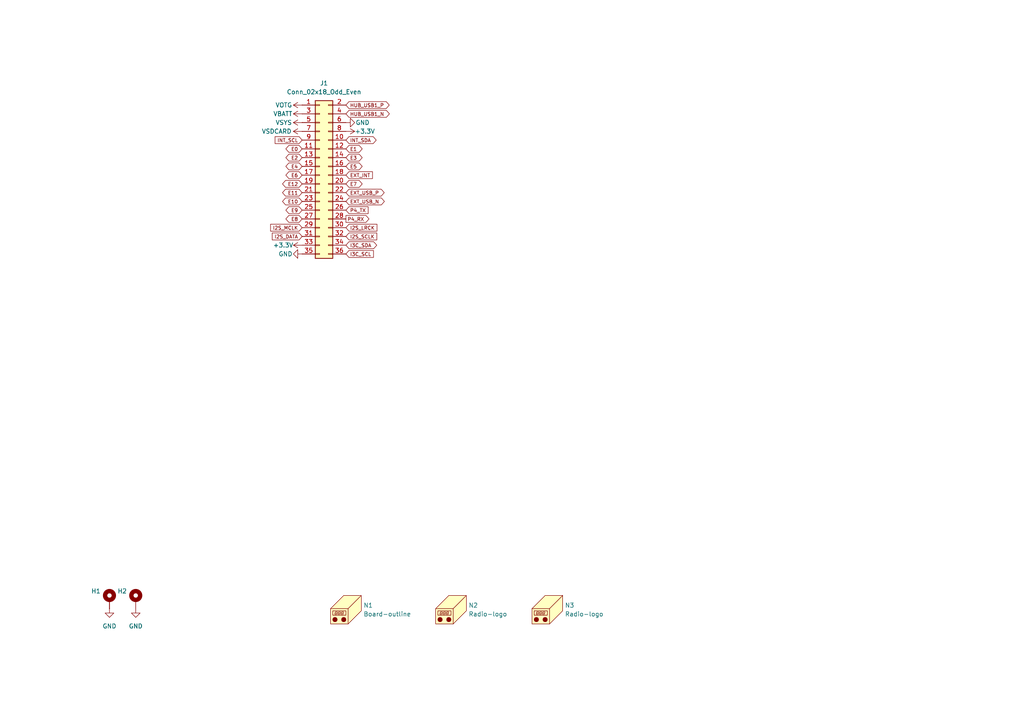
<source format=kicad_sch>
(kicad_sch (version 20250114) (generator "eeschema") (generator_version "9.0")
  (paper "A4")
  (lib_symbols
    (symbol "Connector_Generic:Conn_02x18_Odd_Even" (pin_names (offset 1.016) (hide yes))
      (property "Reference" "J" (at 1.27 22.86 0))
      (property "Value" "Conn_02x18_Odd_Even" (at 1.27 -25.4 0))
      (symbol "Conn_02x18_Odd_Even_1_1"
        (rectangle (start -1.27 21.59) (end 3.81 -24.13) (stroke (width 0.254)) (fill (type background)))
        (rectangle (start -1.27 20.447) (end 0 20.193) (stroke (width 0.1524)))
        (rectangle (start -1.27 17.907) (end 0 17.653) (stroke (width 0.1524)))
        (rectangle (start -1.27 15.367) (end 0 15.113) (stroke (width 0.1524)))
        (rectangle (start -1.27 12.827) (end 0 12.573) (stroke (width 0.1524)))
        (rectangle (start -1.27 10.287) (end 0 10.033) (stroke (width 0.1524)))
        (rectangle (start -1.27 7.747) (end 0 7.493) (stroke (width 0.1524)))
        (rectangle (start -1.27 5.207) (end 0 4.953) (stroke (width 0.1524)))
        (rectangle (start -1.27 2.667) (end 0 2.413) (stroke (width 0.1524)))
        (rectangle (start -1.27 0.127) (end 0 -0.127) (stroke (width 0.1524)))
        (rectangle (start -1.27 -2.413) (end 0 -2.667) (stroke (width 0.1524)))
        (rectangle (start -1.27 -4.953) (end 0 -5.207) (stroke (width 0.1524)))
        (rectangle (start -1.27 -7.493) (end 0 -7.747) (stroke (width 0.1524)))
        (rectangle (start -1.27 -10.033) (end 0 -10.287) (stroke (width 0.1524)))
        (rectangle (start -1.27 -12.573) (end 0 -12.827) (stroke (width 0.1524)))
        (rectangle (start -1.27 -15.113) (end 0 -15.367) (stroke (width 0.1524)))
        (rectangle (start -1.27 -17.653) (end 0 -17.907) (stroke (width 0.1524)))
        (rectangle (start -1.27 -20.193) (end 0 -20.447) (stroke (width 0.1524)))
        (rectangle (start -1.27 -22.733) (end 0 -22.987) (stroke (width 0.1524)))
        (rectangle (start 3.81 20.447) (end 2.54 20.193) (stroke (width 0.1524)))
        (rectangle (start 3.81 17.907) (end 2.54 17.653) (stroke (width 0.1524)))
        (rectangle (start 3.81 15.367) (end 2.54 15.113) (stroke (width 0.1524)))
        (rectangle (start 3.81 12.827) (end 2.54 12.573) (stroke (width 0.1524)))
        (rectangle (start 3.81 10.287) (end 2.54 10.033) (stroke (width 0.1524)))
        (rectangle (start 3.81 7.747) (end 2.54 7.493) (stroke (width 0.1524)))
        (rectangle (start 3.81 5.207) (end 2.54 4.953) (stroke (width 0.1524)))
        (rectangle (start 3.81 2.667) (end 2.54 2.413) (stroke (width 0.1524)))
        (rectangle (start 3.81 0.127) (end 2.54 -0.127) (stroke (width 0.1524)))
        (rectangle (start 3.81 -2.413) (end 2.54 -2.667) (stroke (width 0.1524)))
        (rectangle (start 3.81 -4.953) (end 2.54 -5.207) (stroke (width 0.1524)))
        (rectangle (start 3.81 -7.493) (end 2.54 -7.747) (stroke (width 0.1524)))
        (rectangle (start 3.81 -10.033) (end 2.54 -10.287) (stroke (width 0.1524)))
        (rectangle (start 3.81 -12.573) (end 2.54 -12.827) (stroke (width 0.1524)))
        (rectangle (start 3.81 -15.113) (end 2.54 -15.367) (stroke (width 0.1524)))
        (rectangle (start 3.81 -17.653) (end 2.54 -17.907) (stroke (width 0.1524)))
        (rectangle (start 3.81 -20.193) (end 2.54 -20.447) (stroke (width 0.1524)))
        (rectangle (start 3.81 -22.733) (end 2.54 -22.987) (stroke (width 0.1524)))
        (pin passive line (at -5.08 20.32 0) (length 3.81) (name "Pin_1") (number "1"))
        (pin passive line (at -5.08 17.78 0) (length 3.81) (name "Pin_3") (number "3"))
        (pin passive line (at -5.08 15.24 0) (length 3.81) (name "Pin_5") (number "5"))
        (pin passive line (at -5.08 12.7 0) (length 3.81) (name "Pin_7") (number "7"))
        (pin passive line (at -5.08 10.16 0) (length 3.81) (name "Pin_9") (number "9"))
        (pin passive line (at -5.08 7.62 0) (length 3.81) (name "Pin_11") (number "11"))
        (pin passive line (at -5.08 5.08 0) (length 3.81) (name "Pin_13") (number "13"))
        (pin passive line (at -5.08 2.54 0) (length 3.81) (name "Pin_15") (number "15"))
        (pin passive line (at -5.08 0 0) (length 3.81) (name "Pin_17") (number "17"))
        (pin passive line (at -5.08 -2.54 0) (length 3.81) (name "Pin_19") (number "19"))
        (pin passive line (at -5.08 -5.08 0) (length 3.81) (name "Pin_21") (number "21"))
        (pin passive line (at -5.08 -7.62 0) (length 3.81) (name "Pin_23") (number "23"))
        (pin passive line (at -5.08 -10.16 0) (length 3.81) (name "Pin_25") (number "25"))
        (pin passive line (at -5.08 -12.7 0) (length 3.81) (name "Pin_27") (number "27"))
        (pin passive line (at -5.08 -15.24 0) (length 3.81) (name "Pin_29") (number "29"))
        (pin passive line (at -5.08 -17.78 0) (length 3.81) (name "Pin_31") (number "31"))
        (pin passive line (at -5.08 -20.32 0) (length 3.81) (name "Pin_33") (number "33"))
        (pin passive line (at -5.08 -22.86 0) (length 3.81) (name "Pin_35") (number "35"))
        (pin passive line (at 7.62 20.32 180) (length 3.81) (name "Pin_2") (number "2"))
        (pin passive line (at 7.62 17.78 180) (length 3.81) (name "Pin_4") (number "4"))
        (pin passive line (at 7.62 15.24 180) (length 3.81) (name "Pin_6") (number "6"))
        (pin passive line (at 7.62 12.7 180) (length 3.81) (name "Pin_8") (number "8"))
        (pin passive line (at 7.62 10.16 180) (length 3.81) (name "Pin_10") (number "10"))
        (pin passive line (at 7.62 7.62 180) (length 3.81) (name "Pin_12") (number "12"))
        (pin passive line (at 7.62 5.08 180) (length 3.81) (name "Pin_14") (number "14"))
        (pin passive line (at 7.62 2.54 180) (length 3.81) (name "Pin_16") (number "16"))
        (pin passive line (at 7.62 0 180) (length 3.81) (name "Pin_18") (number "18"))
        (pin passive line (at 7.62 -2.54 180) (length 3.81) (name "Pin_20") (number "20"))
        (pin passive line (at 7.62 -5.08 180) (length 3.81) (name "Pin_22") (number "22"))
        (pin passive line (at 7.62 -7.62 180) (length 3.81) (name "Pin_24") (number "24"))
        (pin passive line (at 7.62 -10.16 180) (length 3.81) (name "Pin_26") (number "26"))
        (pin passive line (at 7.62 -12.7 180) (length 3.81) (name "Pin_28") (number "28"))
        (pin passive line (at 7.62 -15.24 180) (length 3.81) (name "Pin_30") (number "30"))
        (pin passive line (at 7.62 -17.78 180) (length 3.81) (name "Pin_32") (number "32"))
        (pin passive line (at 7.62 -20.32 180) (length 3.81) (name "Pin_34") (number "34"))
        (pin passive line (at 7.62 -22.86 180) (length 3.81) (name "Pin_36") (number "36"))
      )
    )
    (symbol "Mechanical:Housing" (pin_names (offset 1.016)) (exclude_from_sim yes)
      (property "Reference" "N" (at 3.81 0 0))
      (property "Value" "Housing" (at 3.81 -1.905 0))
      (symbol "Housing_0_1"
        (polyline (pts (xy -5.715 0) (xy -0.635 0) (xy 3.175 3.81)))
        (polyline (pts (xy -5.715 0) (xy -5.715 -4.445) (xy -0.635 -4.445) (xy 3.175 -0.635) (xy 3.175 3.81) (xy -1.905 3.81) (xy -5.715 0)) (fill (type background)))
        (rectangle (start -5.08 -0.635) (end -1.27 -1.905))
        (polyline (pts (xy -4.5212 -1.5748) (xy -4.4704 -1.3716)))
        (circle (center -4.445 -3.175) (radius 0.635) (fill (type outline)))
        (polyline (pts (xy -4.4196 -1.2192) (xy -4.3688 -0.9652)))
        (polyline (pts (xy -4.4196 -1.6764) (xy -4.064 -1.6764)))
        (polyline (pts (xy -4.318 -1.3208) (xy -4.0132 -1.3208)))
        (polyline (pts (xy -4.2164 -0.9144) (xy -3.9116 -0.9144)))
        (polyline (pts (xy -3.9116 -1.6256) (xy -3.8608 -1.3716)))
        (polyline (pts (xy -3.81 -1.2192) (xy -3.7592 -0.9652)))
        (polyline (pts (xy -3.6068 -1.5748) (xy -3.556 -1.3716)))
        (polyline (pts (xy -3.5052 -1.2192) (xy -3.4544 -0.9652)))
        (polyline (pts (xy -3.5052 -1.6764) (xy -3.1496 -1.6764)))
        (polyline (pts (xy -3.4036 -1.3208) (xy -3.0988 -1.3208)))
        (polyline (pts (xy -3.302 -0.9144) (xy -2.9972 -0.9144)))
        (polyline (pts (xy -2.9972 -1.6256) (xy -2.9464 -1.3716)))
        (polyline (pts (xy -2.8956 -1.2192) (xy -2.8448 -0.9652)))
        (polyline (pts (xy -2.6924 -1.5748) (xy -2.6416 -1.3716)))
        (polyline (pts (xy -2.5908 -1.2192) (xy -2.54 -0.9652)))
        (polyline (pts (xy -2.5908 -1.6764) (xy -2.2352 -1.6764)))
        (polyline (pts (xy -2.4892 -1.3208) (xy -2.1844 -1.3208)))
        (polyline (pts (xy -2.3876 -0.9144) (xy -2.0828 -0.9144)))
        (polyline (pts (xy -2.0828 -1.6256) (xy -2.032 -1.3716)))
        (polyline (pts (xy -1.9812 -1.2192) (xy -1.9304 -0.9652)))
        (circle (center -1.905 -3.175) (radius 0.635) (fill (type outline)))
        (polyline (pts (xy -0.635 0) (xy -0.635 -4.445)))
      )
    )
    (symbol "Mechanical:MountingHole_Pad" (pin_numbers (hide yes)) (pin_names (offset 1.016) (hide yes))
      (property "Reference" "H" (at 0 6.35 0))
      (property "Value" "MountingHole_Pad" (at 0 4.445 0))
      (symbol "MountingHole_Pad_0_1"
        (circle (center 0 1.27) (radius 1.27) (stroke (width 1.27)))
      )
      (symbol "MountingHole_Pad_1_1"
        (pin input line (at 0 -2.54 90) (length 2.54) (name "1") (number "1"))
      )
    )
    (symbol "custom-power:VBATT" (power) (pin_numbers (hide yes)) (pin_names (offset 0) (hide yes))
      (property "Value" "VBATT" (at 0 3.556 0))
      (symbol "VBATT_0_1"
        (polyline (pts (xy -0.762 1.27) (xy 0 2.54)))
        (polyline (pts (xy 0 2.54) (xy 0.762 1.27)))
        (polyline (pts (xy 0 0) (xy 0 2.54)))
      )
      (symbol "VBATT_1_1"
        (pin power_in line (at 0 0 90) (length 0) (name "~") (number "1"))
      )
    )
    (symbol "custom-power:VOTG" (power) (pin_numbers (hide yes)) (pin_names (offset 0) (hide yes))
      (property "Value" "VOTG" (at 0 3.556 0))
      (symbol "VOTG_0_1"
        (polyline (pts (xy -0.762 1.27) (xy 0 2.54)))
        (polyline (pts (xy 0 2.54) (xy 0.762 1.27)))
        (polyline (pts (xy 0 0) (xy 0 2.54)))
      )
      (symbol "VOTG_1_1"
        (pin power_in line (at 0 0 90) (length 0) (name "~") (number "1"))
      )
    )
    (symbol "custom-power:VSDCARD" (power) (pin_numbers (hide yes)) (pin_names (offset 0) (hide yes))
      (property "Value" "VSDCARD" (at 0 3.556 0))
      (symbol "VSDCARD_0_1"
        (polyline (pts (xy -0.762 1.27) (xy 0 2.54)))
        (polyline (pts (xy 0 2.54) (xy 0.762 1.27)))
        (polyline (pts (xy 0 0) (xy 0 2.54)))
      )
      (symbol "VSDCARD_1_1"
        (pin power_in line (at 0 0 90) (length 0) (name "~") (number "1"))
      )
    )
    (symbol "custom-power:VSYS" (power) (pin_numbers (hide yes)) (pin_names (offset 0) (hide yes))
      (property "Value" "VSYS" (at 0 3.556 0))
      (symbol "VSYS_0_1"
        (polyline (pts (xy -0.762 1.27) (xy 0 2.54)))
        (polyline (pts (xy 0 2.54) (xy 0.762 1.27)))
        (polyline (pts (xy 0 0) (xy 0 2.54)))
      )
      (symbol "VSYS_1_1"
        (pin power_in line (at 0 0 90) (length 0) (name "~") (number "1"))
      )
    )
    (symbol "mch2021-rescue:GND-power" (power) (pin_names (offset 0))
      (property "Value" "GND-power" (at 0 -3.81 0))
      (symbol "GND-power_0_1"
        (polyline (pts (xy 0 0) (xy 0 -1.27) (xy 1.27 -1.27) (xy 0 -2.54) (xy -1.27 -1.27) (xy 0 -1.27)))
      )
      (symbol "GND-power_1_1"
        (pin power_in line (at 0 0 270) (length 0) (hide yes) (name "GND") (number "1"))
      )
    )
    (symbol "power:+3.3V" (power) (pin_names (offset 0))
      (property "Value" "+3.3V" (at 0 3.556 0))
      (symbol "+3.3V_0_1"
        (polyline (pts (xy -0.762 1.27) (xy 0 2.54)))
        (polyline (pts (xy 0 2.54) (xy 0.762 1.27)))
        (polyline (pts (xy 0 0) (xy 0 2.54)))
      )
      (symbol "+3.3V_1_1"
        (pin power_in line (at 0 0 90) (length 0) (hide yes) (name "+3.3V") (number "1"))
      )
    )
    (symbol "power:GND" (power) (pin_numbers (hide yes)) (pin_names (offset 0) (hide yes))
      (property "Value" "GND" (at 0 -3.81 0))
      (symbol "GND_0_1"
        (polyline (pts (xy 0 0) (xy 0 -1.27) (xy 1.27 -1.27) (xy 0 -2.54) (xy -1.27 -1.27) (xy 0 -1.27)))
      )
      (symbol "GND_1_1"
        (pin power_in line (at 0 0 270) (length 0) (name "~") (number "1"))
      )
    )
  )
  (global_label "E7" (shape bidirectional) (at 100.33 53.34 0) (effects (font (size 1.016 1.016))) (property "Intersheetrefs" "${INTERSHEET_REFS}" (effects (hide yes))))
  (global_label "HUB_USB1_N" (shape bidirectional) (at 100.33 33.02 0) (effects (font (size 1.016 1.016))) (property "Intersheetrefs" "${INTERSHEET_REFS}" (effects (hide yes))))
  (global_label "E0" (shape bidirectional) (at 87.63 43.18 180) (effects (font (size 1.016 1.016))) (property "Intersheetrefs" "${INTERSHEET_REFS}" (effects (hide yes))))
  (global_label "E3" (shape bidirectional) (at 100.33 45.72 0) (effects (font (size 1.016 1.016))) (property "Intersheetrefs" "${INTERSHEET_REFS}" (effects (hide yes))))
  (global_label "I2S_MCLK" (shape input) (at 87.63 66.04 180) (effects (font (size 1.016 1.016))) (property "Intersheetrefs" "${INTERSHEET_REFS}" (effects (hide yes))))
  (global_label "I2S_SCLK" (shape input) (at 100.33 68.58 0) (effects (font (size 1.016 1.016))) (property "Intersheetrefs" "${INTERSHEET_REFS}" (effects (hide yes))))
  (global_label "E2" (shape bidirectional) (at 87.63 45.72 180) (effects (font (size 1.016 1.016))) (property "Intersheetrefs" "${INTERSHEET_REFS}" (effects (hide yes))))
  (global_label "E5" (shape bidirectional) (at 100.33 48.26 0) (effects (font (size 1.016 1.016))) (property "Intersheetrefs" "${INTERSHEET_REFS}" (effects (hide yes))))
  (global_label "I2S_DATA" (shape input) (at 87.63 68.58 180) (effects (font (size 1.016 1.016))) (property "Intersheetrefs" "${INTERSHEET_REFS}" (effects (hide yes))))
  (global_label "I3C_SCL" (shape input) (at 100.33 73.66 0) (effects (font (size 1.016 1.016))) (property "Intersheetrefs" "${INTERSHEET_REFS}" (effects (hide yes))))
  (global_label "INT_SDA" (shape bidirectional) (at 100.33 40.64 0) (effects (font (size 1.016 1.016))) (property "Intersheetrefs" "${INTERSHEET_REFS}" (effects (hide yes))))
  (global_label "E4" (shape bidirectional) (at 87.63 48.26 180) (effects (font (size 1.016 1.016))) (property "Intersheetrefs" "${INTERSHEET_REFS}" (effects (hide yes))))
  (global_label "E1" (shape bidirectional) (at 100.33 43.18 0) (effects (font (size 1.016 1.016))) (property "Intersheetrefs" "${INTERSHEET_REFS}" (effects (hide yes))))
  (global_label "E10" (shape bidirectional) (at 87.63 58.42 180) (effects (font (size 1.016 1.016))) (property "Intersheetrefs" "${INTERSHEET_REFS}" (effects (hide yes))))
  (global_label "P4_RX" (shape output) (at 100.33 63.5 0) (effects (font (size 1.016 1.016))) (property "Intersheetrefs" "${INTERSHEET_REFS}" (effects (hide yes))))
  (global_label "I3C_SDA" (shape bidirectional) (at 100.33 71.12 0) (effects (font (size 1.016 1.016))) (property "Intersheetrefs" "${INTERSHEET_REFS}" (effects (hide yes))))
  (global_label "E8" (shape bidirectional) (at 87.63 63.5 180) (effects (font (size 1.016 1.016))) (property "Intersheetrefs" "${INTERSHEET_REFS}" (effects (hide yes))))
  (global_label "E6" (shape bidirectional) (at 87.63 50.8 180) (effects (font (size 1.016 1.016))) (property "Intersheetrefs" "${INTERSHEET_REFS}" (effects (hide yes))))
  (global_label "EXT_USB_P" (shape bidirectional) (at 100.33 55.88 0) (effects (font (size 1.016 1.016))) (property "Intersheetrefs" "${INTERSHEET_REFS}" (effects (hide yes))))
  (global_label "HUB_USB1_P" (shape bidirectional) (at 100.33 30.48 0) (effects (font (size 1.016 1.016))) (property "Intersheetrefs" "${INTERSHEET_REFS}" (effects (hide yes))))
  (global_label "EXT_USB_N" (shape bidirectional) (at 100.33 58.42 0) (effects (font (size 1.016 1.016))) (property "Intersheetrefs" "${INTERSHEET_REFS}" (effects (hide yes))))
  (global_label "E12" (shape bidirectional) (at 87.63 53.34 180) (effects (font (size 1.016 1.016))) (property "Intersheetrefs" "${INTERSHEET_REFS}" (effects (hide yes))))
  (global_label "P4_TX" (shape input) (at 100.33 60.96 0) (effects (font (size 1.016 1.016))) (property "Intersheetrefs" "${INTERSHEET_REFS}" (effects (hide yes))))
  (global_label "E11" (shape bidirectional) (at 87.63 55.88 180) (effects (font (size 1.016 1.016))) (property "Intersheetrefs" "${INTERSHEET_REFS}" (effects (hide yes))))
  (global_label "INT_SCL" (shape input) (at 87.63 40.64 180) (effects (font (size 1.016 1.016))) (property "Intersheetrefs" "${INTERSHEET_REFS}" (effects (hide yes))))
  (global_label "I2S_LRCK" (shape input) (at 100.33 66.04 0) (effects (font (size 1.016 1.016))) (property "Intersheetrefs" "${INTERSHEET_REFS}" (effects (hide yes))))
  (global_label "E9" (shape bidirectional) (at 87.63 60.96 180) (effects (font (size 1.016 1.016))) (property "Intersheetrefs" "${INTERSHEET_REFS}" (effects (hide yes))))
  (global_label "EXT_INT" (shape input) (at 100.33 50.8 0) (effects (font (size 1.016 1.016))) (property "Intersheetrefs" "${INTERSHEET_REFS}" (effects (hide yes))))
  (symbol (lib_id "power:+3.3V") (at 87.63 71.12 90) (unit 1)
    (property "Reference" "#PWR07" (effects (hide yes)))
    (property "Value" "+3.3V" (at 85.09 71.12 90) (effects (justify left)))
    (property "Description" "Power symbol creates a global label with name \"+3.3V\"" (effects (hide yes)))
  )
  (symbol (lib_id "custom-power:VBATT") (at 87.63 33.02 90) (unit 1)
    (property "Reference" "#PWR04" (effects (hide yes)))
    (property "Value" "VBATT" (at 82.042 33.02 90))
    (property "Description" "Power symbol creates a global label with name \"VBATT\"" (effects (hide yes)))
  )
  (symbol (lib_id "Mechanical:MountingHole_Pad") (at 31.75 173.99 0) (mirror y) (unit 1) (in_bom no)
    (property "Reference" "H1" (at 29.21 171.4499 0) (effects (justify left)))
    (property "Value" "Mounting hole" (effects (hide yes)))
    (property "Footprint" "MountingHole:MountingHole_2.2mm_M2_DIN965_Pad" (effects (hide yes)))
    (property "Datasheet" "-" (effects (hide yes)))
    (property "Description" "Mounting Hole with connection" (effects (hide yes)))
    (property "LCSC" "-" (effects (hide yes)))
  )
  (symbol (lib_id "power:+3.3V") (at 100.33 38.1 270) (unit 1)
    (property "Reference" "#PWR010" (effects (hide yes)))
    (property "Value" "+3.3V" (at 102.87 38.1 90) (effects (justify left)))
    (property "Description" "Power symbol creates a global label with name \"+3.3V\"" (effects (hide yes)))
  )
  (symbol (lib_id "custom-power:VSDCARD") (at 87.63 38.1 90) (unit 1)
    (property "Reference" "#PWR06" (effects (hide yes)))
    (property "Value" "VSDCARD" (at 84.582 38.1 90) (effects (justify left)))
    (property "Description" "Power symbol creates a global label with name \"VSDCARD\"" (effects (hide yes)))
  )
  (symbol (lib_id "Mechanical:Housing") (at 160.02 176.53 0) (unit 1) (exclude_from_sim yes)
    (property "Reference" "N3" (at 163.83 175.5774 0) (effects (justify left)))
    (property "Value" "Radio-logo" (at 163.83 178.1174 0) (effects (justify left)))
    (property "Footprint" "design:radio_logo" (effects (hide yes)))
    (property "Description" "Housing" (effects (hide yes)))
  )
  (symbol (lib_id "power:GND") (at 39.37 176.53 0) (unit 1)
    (property "Reference" "#PWR02" (effects (hide yes)))
    (property "Value" "GND" (at 39.37 181.61 0))
    (property "Description" "Power symbol creates a global label with name \"GND\" , ground" (effects (hide yes)))
  )
  (symbol (lib_id "custom-power:VOTG") (at 87.63 30.48 90) (unit 1)
    (property "Reference" "#PWR03" (effects (hide yes)))
    (property "Value" "VOTG" (at 82.296 30.48 90))
    (property "Description" "Power symbol creates a global label with name \"VOTG\"" (effects (hide yes)))
  )
  (symbol (lib_id "power:GND") (at 31.75 176.53 0) (unit 1)
    (property "Reference" "#PWR01" (effects (hide yes)))
    (property "Value" "GND" (at 31.75 181.61 0))
    (property "Description" "Power symbol creates a global label with name \"GND\" , ground" (effects (hide yes)))
  )
  (symbol (lib_id "Mechanical:Housing") (at 132.08 176.53 0) (unit 1) (exclude_from_sim yes)
    (property "Reference" "N2" (at 135.89 175.5774 0) (effects (justify left)))
    (property "Value" "Radio-logo" (at 135.89 178.1174 0) (effects (justify left)))
    (property "Footprint" "design:radio_logo" (effects (hide yes)))
    (property "Description" "Housing" (effects (hide yes)))
  )
  (symbol (lib_id "custom-power:VSYS") (at 87.63 35.56 90) (unit 1)
    (property "Reference" "#PWR05" (effects (hide yes)))
    (property "Value" "VSYS" (at 82.296 35.56 90))
    (property "Description" "Power symbol creates a global label with name \"VSYS\"" (effects (hide yes)))
  )
  (symbol (lib_id "mch2021-rescue:GND-power") (at 100.33 35.56 90) (unit 1)
    (property "Reference" "#PWR09" (effects (hide yes)))
    (property "Value" "GND" (at 105.156 35.56 90))
  )
  (symbol (lib_id "Connector_Generic:Conn_02x18_Odd_Even") (at 92.71 50.8 0) (unit 1)
    (property "Reference" "J1" (at 93.98 24.13 0))
    (property "Value" "Conn_02x18_Odd_Even" (at 93.98 26.67 0))
    (property "Footprint" "Connector_PinHeader_2.54mm:PinHeader_2x18_P2.54mm_Vertical" (effects (hide yes)))
    (property "Datasheet" "https://www.lcsc.com/product-detail/Pin-Headers_Liansheng-PH-01162_C2847324.html" (effects (hide yes)))
    (property "Description" "Generic connector, double row, 02x18, odd/even pin numbering scheme (row 1 odd numbers, row 2 even numbers), script generated (kicad-library-utils/schlib/autogen/connector/)" (effects (hide yes)))
    (property "LCSC" "C3294476" (effects (hide yes)))
  )
  (symbol (lib_id "Mechanical:MountingHole_Pad") (at 39.37 173.99 0) (mirror y) (unit 1) (in_bom no)
    (property "Reference" "H2" (at 36.83 171.4499 0) (effects (justify left)))
    (property "Value" "Mounting hole" (effects (hide yes)))
    (property "Footprint" "MountingHole:MountingHole_2.2mm_M2_DIN965_Pad" (effects (hide yes)))
    (property "Datasheet" "-" (effects (hide yes)))
    (property "Description" "Mounting Hole with connection" (effects (hide yes)))
    (property "LCSC" "-" (effects (hide yes)))
  )
  (symbol (lib_id "Mechanical:Housing") (at 101.6 176.53 0) (unit 1) (exclude_from_sim yes)
    (property "Reference" "N1" (at 105.41 175.5774 0) (effects (justify left)))
    (property "Value" "Board-outline" (at 105.41 178.1174 0) (effects (justify left)))
    (property "Footprint" "design:why2025-mainboard-edge-cuts-usr" (effects (hide yes)))
    (property "Description" "Housing" (effects (hide yes)))
  )
  (symbol (lib_id "mch2021-rescue:GND-power") (at 87.63 73.66 270) (unit 1)
    (property "Reference" "#PWR08" (effects (hide yes)))
    (property "Value" "GND" (at 82.804 73.66 90))
  )
)
</source>
